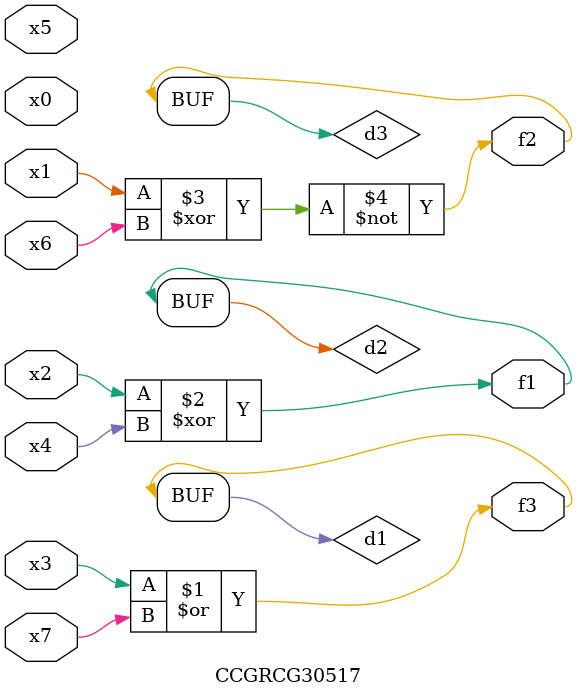
<source format=v>
module CCGRCG30517(
	input x0, x1, x2, x3, x4, x5, x6, x7,
	output f1, f2, f3
);

	wire d1, d2, d3;

	or (d1, x3, x7);
	xor (d2, x2, x4);
	xnor (d3, x1, x6);
	assign f1 = d2;
	assign f2 = d3;
	assign f3 = d1;
endmodule

</source>
